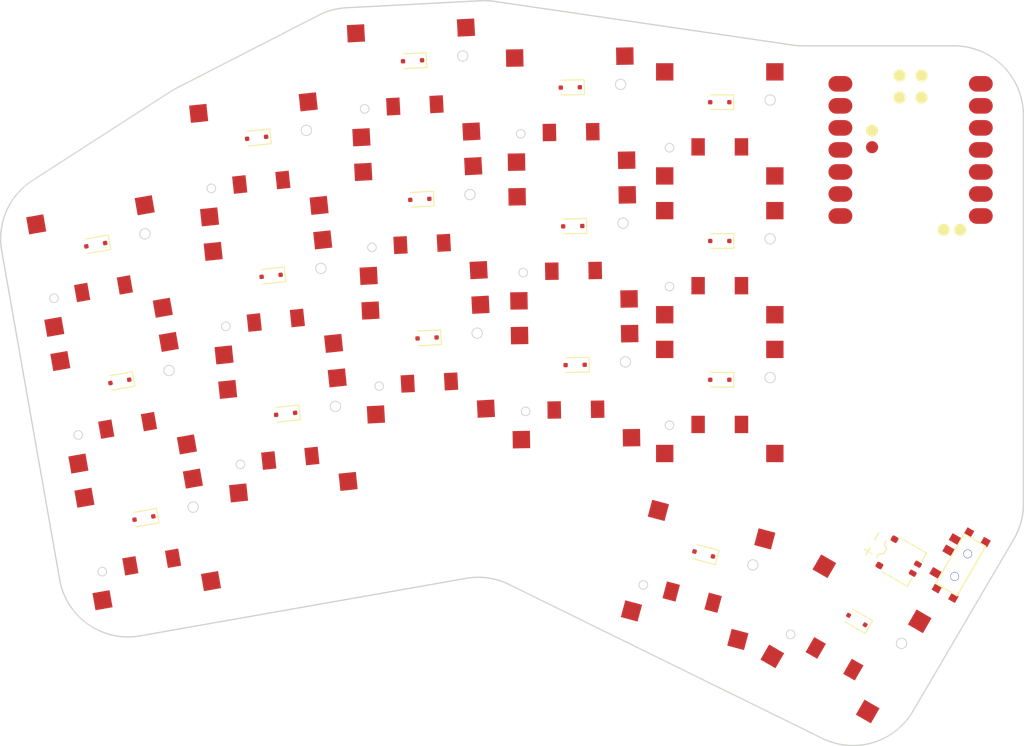
<source format=kicad_pcb>
(kicad_pcb (version 20171130) (host pcbnew 5.1.6)
  (title_block (title "splave-ferris_pg1316s_left_unrouted") (rev "v1.0.0") (company "Unknown"))
  (layers (0 F.Cu signal) (31 B.Cu signal) (34 B.Paste user) (35 F.Paste user) (36 B.SilkS user) (37 F.SilkS user) (38 B.Mask user) (39 F.Mask user) (44 Edge.Cuts user))
  (net 0 "")
  (net 1 "D5")
  (net 2 "pinky_bottom")
  (net 3 "pinky_home")
  (net 4 "pinky_top")
  (net 5 "D3")
  (net 6 "ring_bottom")
  (net 7 "ring_home")
  (net 8 "ring_top")
  (net 9 "D1")
  (net 10 "middle_bottom")
  (net 11 "middle_home")
  (net 12 "middle_top")
  (net 13 "D8")
  (net 14 "index_bottom")
  (net 15 "index_home")
  (net 16 "index_top")
  (net 17 "D10")
  (net 18 "inner_bottom")
  (net 19 "inner_home")
  (net 20 "inner_top")
  (net 21 "near_fan")
  (net 22 "far_fan")
  (net 23 "D4")
  (net 24 "D2")
  (net 25 "D0")
  (net 26 "D9")
  (net 27 "D6")
  (net 28 "D7")
  (net 29 "RAW3V3")
  (net 30 "RAW5V")
  (net 31 "CLK")
  (net 32 "DIO")
  (net 33 "GND")
  (net 34 "RST")
  (net 35 "BAT")
  (net 36 "NFC1")
  (net 37 "NFC2")
  (net 38 "BAT_P")
  (footprint "CPG1316S01D02_mikeholscher" (at 106.5683287 143.6773863 10) (layer "F.Cu")
    (property "Reference" "S1" hide)
    (pad "1" smd rect (at -2.5 2.65 10) (size 1.55 2) (layers "F.Cu" "F.Paste" "F.Mask") (net 2 "pinky_bottom"))
    (pad "2" smd rect (at 2.5 2.65 10) (size 1.55 2) (layers "F.Cu" "F.Paste" "F.Mask") (net 1 "D5"))
    (pad "3" smd rect (at -6.35 -6 10) (size 2 2) (layers "F.Cu" "F.Paste" "F.Mask"))
    (pad "3" smd rect (at -6.35 6 10) (size 2 2) (layers "F.Cu" "F.Paste" "F.Mask"))
    (pad "3" smd rect (at 6.35 -6 10) (size 2 2) (layers "F.Cu" "F.Paste" "F.Mask"))
    (pad "3" smd rect (at 6.35 6 10) (size 2 2) (layers "F.Cu" "F.Paste" "F.Mask"))
    (fp_circle (center -5.8 2.75) (end -5.3 2.75) (stroke (width 0.1)) (fill none) (layer "Edge.Cuts"))
    (fp_circle (center 5.8 -2.75) (end 6.4 -2.75) (stroke (width 0.1)) (fill none) (layer "Edge.Cuts"))
  )
  (footprint "CPG1316S01D02_mikeholscher" (at 103.7899578 127.9204622 10) (layer "F.Cu")
    (property "Reference" "S2" hide)
    (pad "1" smd rect (at -2.5 2.65 10) (size 1.55 2) (layers "F.Cu" "F.Paste" "F.Mask") (net 3 "pinky_home"))
    (pad "2" smd rect (at 2.5 2.65 10) (size 1.55 2) (layers "F.Cu" "F.Paste" "F.Mask") (net 1 "D5"))
    (pad "3" smd rect (at -6.35 -6 10) (size 2 2) (layers "F.Cu" "F.Paste" "F.Mask"))
    (pad "3" smd rect (at -6.35 6 10) (size 2 2) (layers "F.Cu" "F.Paste" "F.Mask"))
    (pad "3" smd rect (at 6.35 -6 10) (size 2 2) (layers "F.Cu" "F.Paste" "F.Mask"))
    (pad "3" smd rect (at 6.35 6 10) (size 2 2) (layers "F.Cu" "F.Paste" "F.Mask"))
    (fp_circle (center -5.8 2.75) (end -5.3 2.75) (stroke (width 0.1)) (fill none) (layer "Edge.Cuts"))
    (fp_circle (center 5.8 -2.75) (end 6.4 -2.75) (stroke (width 0.1)) (fill none) (layer "Edge.Cuts"))
  )
  (footprint "CPG1316S01D02_mikeholscher" (at 101.011587 112.1635382 10) (layer "F.Cu")
    (property "Reference" "S3" hide)
    (pad "1" smd rect (at -2.5 2.65 10) (size 1.55 2) (layers "F.Cu" "F.Paste" "F.Mask") (net 4 "pinky_top"))
    (pad "2" smd rect (at 2.5 2.65 10) (size 1.55 2) (layers "F.Cu" "F.Paste" "F.Mask") (net 1 "D5"))
    (pad "3" smd rect (at -6.35 -6 10) (size 2 2) (layers "F.Cu" "F.Paste" "F.Mask"))
    (pad "3" smd rect (at -6.35 6 10) (size 2 2) (layers "F.Cu" "F.Paste" "F.Mask"))
    (pad "3" smd rect (at 6.35 -6 10) (size 2 2) (layers "F.Cu" "F.Paste" "F.Mask"))
    (pad "3" smd rect (at 6.35 6 10) (size 2 2) (layers "F.Cu" "F.Paste" "F.Mask"))
    (fp_circle (center -5.8 2.75) (end -5.3 2.75) (stroke (width 0.1)) (fill none) (layer "Edge.Cuts"))
    (fp_circle (center 5.8 -2.75) (end 6.4 -2.75) (stroke (width 0.1)) (fill none) (layer "Edge.Cuts"))
  )
  (footprint "CPG1316S01D02_mikeholscher" (at 122.7320346 131.6884493 6) (layer "F.Cu")
    (property "Reference" "S4" hide)
    (pad "1" smd rect (at -2.5 2.65 6) (size 1.55 2) (layers "F.Cu" "F.Paste" "F.Mask") (net 6 "ring_bottom"))
    (pad "2" smd rect (at 2.5 2.65 6) (size 1.55 2) (layers "F.Cu" "F.Paste" "F.Mask") (net 5 "D3"))
    (pad "3" smd rect (at -6.35 -6 6) (size 2 2) (layers "F.Cu" "F.Paste" "F.Mask"))
    (pad "3" smd rect (at -6.35 6 6) (size 2 2) (layers "F.Cu" "F.Paste" "F.Mask"))
    (pad "3" smd rect (at 6.35 -6 6) (size 2 2) (layers "F.Cu" "F.Paste" "F.Mask"))
    (pad "3" smd rect (at 6.35 6 6) (size 2 2) (layers "F.Cu" "F.Paste" "F.Mask"))
    (fp_circle (center -5.8 2.75) (end -5.3 2.75) (stroke (width 0.1)) (fill none) (layer "Edge.Cuts"))
    (fp_circle (center 5.8 -2.75) (end 6.4 -2.75) (stroke (width 0.1)) (fill none) (layer "Edge.Cuts"))
  )
  (footprint "CPG1316S01D02_mikeholscher" (at 121.0595792 115.776099 6) (layer "F.Cu")
    (property "Reference" "S5" hide)
    (pad "1" smd rect (at -2.5 2.65 6) (size 1.55 2) (layers "F.Cu" "F.Paste" "F.Mask") (net 7 "ring_home"))
    (pad "2" smd rect (at 2.5 2.65 6) (size 1.55 2) (layers "F.Cu" "F.Paste" "F.Mask") (net 5 "D3"))
    (pad "3" smd rect (at -6.35 -6 6) (size 2 2) (layers "F.Cu" "F.Paste" "F.Mask"))
    (pad "3" smd rect (at -6.35 6 6) (size 2 2) (layers "F.Cu" "F.Paste" "F.Mask"))
    (pad "3" smd rect (at 6.35 -6 6) (size 2 2) (layers "F.Cu" "F.Paste" "F.Mask"))
    (pad "3" smd rect (at 6.35 6 6) (size 2 2) (layers "F.Cu" "F.Paste" "F.Mask"))
    (fp_circle (center -5.8 2.75) (end -5.3 2.75) (stroke (width 0.1)) (fill none) (layer "Edge.Cuts"))
    (fp_circle (center 5.8 -2.75) (end 6.4 -2.75) (stroke (width 0.1)) (fill none) (layer "Edge.Cuts"))
  )
  (footprint "CPG1316S01D02_mikeholscher" (at 119.3871238 99.8637486 6) (layer "F.Cu")
    (property "Reference" "S6" hide)
    (pad "1" smd rect (at -2.5 2.65 6) (size 1.55 2) (layers "F.Cu" "F.Paste" "F.Mask") (net 8 "ring_top"))
    (pad "2" smd rect (at 2.5 2.65 6) (size 1.55 2) (layers "F.Cu" "F.Paste" "F.Mask") (net 5 "D3"))
    (pad "3" smd rect (at -6.35 -6 6) (size 2 2) (layers "F.Cu" "F.Paste" "F.Mask"))
    (pad "3" smd rect (at -6.35 6 6) (size 2 2) (layers "F.Cu" "F.Paste" "F.Mask"))
    (pad "3" smd rect (at 6.35 -6 6) (size 2 2) (layers "F.Cu" "F.Paste" "F.Mask"))
    (pad "3" smd rect (at 6.35 6 6) (size 2 2) (layers "F.Cu" "F.Paste" "F.Mask"))
    (fp_circle (center -5.8 2.75) (end -5.3 2.75) (stroke (width 0.1)) (fill none) (layer "Edge.Cuts"))
    (fp_circle (center 5.8 -2.75) (end 6.4 -2.75) (stroke (width 0.1)) (fill none) (layer "Edge.Cuts"))
  )
  (footprint "CPG1316S01D02_mikeholscher" (at 138.9072076 122.9498121 3) (layer "F.Cu")
    (property "Reference" "S7" hide)
    (pad "1" smd rect (at -2.5 2.65 3) (size 1.55 2) (layers "F.Cu" "F.Paste" "F.Mask") (net 10 "middle_bottom"))
    (pad "2" smd rect (at 2.5 2.65 3) (size 1.55 2) (layers "F.Cu" "F.Paste" "F.Mask") (net 9 "D1"))
    (pad "3" smd rect (at -6.35 -6 3) (size 2 2) (layers "F.Cu" "F.Paste" "F.Mask"))
    (pad "3" smd rect (at -6.35 6 3) (size 2 2) (layers "F.Cu" "F.Paste" "F.Mask"))
    (pad "3" smd rect (at 6.35 -6 3) (size 2 2) (layers "F.Cu" "F.Paste" "F.Mask"))
    (pad "3" smd rect (at 6.35 6 3) (size 2 2) (layers "F.Cu" "F.Paste" "F.Mask"))
    (fp_circle (center -5.8 2.75) (end -5.3 2.75) (stroke (width 0.1)) (fill none) (layer "Edge.Cuts"))
    (fp_circle (center 5.8 -2.75) (end 6.4 -2.75) (stroke (width 0.1)) (fill none) (layer "Edge.Cuts"))
  )
  (footprint "CPG1316S01D02_mikeholscher" (at 138.0698323 106.9717396 3) (layer "F.Cu")
    (property "Reference" "S8" hide)
    (pad "1" smd rect (at -2.5 2.65 3) (size 1.55 2) (layers "F.Cu" "F.Paste" "F.Mask") (net 11 "middle_home"))
    (pad "2" smd rect (at 2.5 2.65 3) (size 1.55 2) (layers "F.Cu" "F.Paste" "F.Mask") (net 9 "D1"))
    (pad "3" smd rect (at -6.35 -6 3) (size 2 2) (layers "F.Cu" "F.Paste" "F.Mask"))
    (pad "3" smd rect (at -6.35 6 3) (size 2 2) (layers "F.Cu" "F.Paste" "F.Mask"))
    (pad "3" smd rect (at 6.35 -6 3) (size 2 2) (layers "F.Cu" "F.Paste" "F.Mask"))
    (pad "3" smd rect (at 6.35 6 3) (size 2 2) (layers "F.Cu" "F.Paste" "F.Mask"))
    (fp_circle (center -5.8 2.75) (end -5.3 2.75) (stroke (width 0.1)) (fill none) (layer "Edge.Cuts"))
    (fp_circle (center 5.8 -2.75) (end 6.4 -2.75) (stroke (width 0.1)) (fill none) (layer "Edge.Cuts"))
  )
  (footprint "CPG1316S01D02_mikeholscher" (at 137.2324571 90.9936671 3) (layer "F.Cu")
    (property "Reference" "S9" hide)
    (pad "1" smd rect (at -2.5 2.65 3) (size 1.55 2) (layers "F.Cu" "F.Paste" "F.Mask") (net 12 "middle_top"))
    (pad "2" smd rect (at 2.5 2.65 3) (size 1.55 2) (layers "F.Cu" "F.Paste" "F.Mask") (net 9 "D1"))
    (pad "3" smd rect (at -6.35 -6 3) (size 2 2) (layers "F.Cu" "F.Paste" "F.Mask"))
    (pad "3" smd rect (at -6.35 6 3) (size 2 2) (layers "F.Cu" "F.Paste" "F.Mask"))
    (pad "3" smd rect (at 6.35 -6 3) (size 2 2) (layers "F.Cu" "F.Paste" "F.Mask"))
    (pad "3" smd rect (at 6.35 6 3) (size 2 2) (layers "F.Cu" "F.Paste" "F.Mask"))
    (fp_circle (center -5.8 2.75) (end -5.3 2.75) (stroke (width 0.1)) (fill none) (layer "Edge.Cuts"))
    (fp_circle (center 5.8 -2.75) (end 6.4 -2.75) (stroke (width 0.1)) (fill none) (layer "Edge.Cuts"))
  )
  (footprint "CPG1316S01D02_mikeholscher" (at 155.8935276 126.0650863 1) (layer "F.Cu")
    (property "Reference" "S10" hide)
    (pad "1" smd rect (at -2.5 2.65 1) (size 1.55 2) (layers "F.Cu" "F.Paste" "F.Mask") (net 14 "index_bottom"))
    (pad "2" smd rect (at 2.5 2.65 1) (size 1.55 2) (layers "F.Cu" "F.Paste" "F.Mask") (net 13 "D8"))
    (pad "3" smd rect (at -6.35 -6 1) (size 2 2) (layers "F.Cu" "F.Paste" "F.Mask"))
    (pad "3" smd rect (at -6.35 6 1) (size 2 2) (layers "F.Cu" "F.Paste" "F.Mask"))
    (pad "3" smd rect (at 6.35 -6 1) (size 2 2) (layers "F.Cu" "F.Paste" "F.Mask"))
    (pad "3" smd rect (at 6.35 6 1) (size 2 2) (layers "F.Cu" "F.Paste" "F.Mask"))
    (fp_circle (center -5.8 2.75) (end -5.3 2.75) (stroke (width 0.1)) (fill none) (layer "Edge.Cuts"))
    (fp_circle (center 5.8 -2.75) (end 6.4 -2.75) (stroke (width 0.1)) (fill none) (layer "Edge.Cuts"))
  )
  (footprint "CPG1316S01D02_mikeholscher" (at 155.614289 110.0675232 1) (layer "F.Cu")
    (property "Reference" "S11" hide)
    (pad "1" smd rect (at -2.5 2.65 1) (size 1.55 2) (layers "F.Cu" "F.Paste" "F.Mask") (net 15 "index_home"))
    (pad "2" smd rect (at 2.5 2.65 1) (size 1.55 2) (layers "F.Cu" "F.Paste" "F.Mask") (net 13 "D8"))
    (pad "3" smd rect (at -6.35 -6 1) (size 2 2) (layers "F.Cu" "F.Paste" "F.Mask"))
    (pad "3" smd rect (at -6.35 6 1) (size 2 2) (layers "F.Cu" "F.Paste" "F.Mask"))
    (pad "3" smd rect (at 6.35 -6 1) (size 2 2) (layers "F.Cu" "F.Paste" "F.Mask"))
    (pad "3" smd rect (at 6.35 6 1) (size 2 2) (layers "F.Cu" "F.Paste" "F.Mask"))
    (fp_circle (center -5.8 2.75) (end -5.3 2.75) (stroke (width 0.1)) (fill none) (layer "Edge.Cuts"))
    (fp_circle (center 5.8 -2.75) (end 6.4 -2.75) (stroke (width 0.1)) (fill none) (layer "Edge.Cuts"))
  )
  (footprint "CPG1316S01D02_mikeholscher" (at 155.3350505 94.0699601 1) (layer "F.Cu")
    (property "Reference" "S12" hide)
    (pad "1" smd rect (at -2.5 2.65 1) (size 1.55 2) (layers "F.Cu" "F.Paste" "F.Mask") (net 16 "index_top"))
    (pad "2" smd rect (at 2.5 2.65 1) (size 1.55 2) (layers "F.Cu" "F.Paste" "F.Mask") (net 13 "D8"))
    (pad "3" smd rect (at -6.35 -6 1) (size 2 2) (layers "F.Cu" "F.Paste" "F.Mask"))
    (pad "3" smd rect (at -6.35 6 1) (size 2 2) (layers "F.Cu" "F.Paste" "F.Mask"))
    (pad "3" smd rect (at 6.35 -6 1) (size 2 2) (layers "F.Cu" "F.Paste" "F.Mask"))
    (pad "3" smd rect (at 6.35 6 1) (size 2 2) (layers "F.Cu" "F.Paste" "F.Mask"))
    (fp_circle (center -5.8 2.75) (end -5.3 2.75) (stroke (width 0.1)) (fill none) (layer "Edge.Cuts"))
    (fp_circle (center 5.8 -2.75) (end 6.4 -2.75) (stroke (width 0.1)) (fill none) (layer "Edge.Cuts"))
  )
  (footprint "CPG1316S01D02_mikeholscher" (at 172.5259042 127.7750717 0) (layer "F.Cu")
    (property "Reference" "S13" hide)
    (pad "1" smd rect (at -2.5 2.65 0) (size 1.55 2) (layers "F.Cu" "F.Paste" "F.Mask") (net 18 "inner_bottom"))
    (pad "2" smd rect (at 2.5 2.65 0) (size 1.55 2) (layers "F.Cu" "F.Paste" "F.Mask") (net 17 "D10"))
    (pad "3" smd rect (at -6.35 -6 0) (size 2 2) (layers "F.Cu" "F.Paste" "F.Mask"))
    (pad "3" smd rect (at -6.35 6 0) (size 2 2) (layers "F.Cu" "F.Paste" "F.Mask"))
    (pad "3" smd rect (at 6.35 -6 0) (size 2 2) (layers "F.Cu" "F.Paste" "F.Mask"))
    (pad "3" smd rect (at 6.35 6 0) (size 2 2) (layers "F.Cu" "F.Paste" "F.Mask"))
    (fp_circle (center -5.8 2.75) (end -5.3 2.75) (stroke (width 0.1)) (fill none) (layer "Edge.Cuts"))
    (fp_circle (center 5.8 -2.75) (end 6.4 -2.75) (stroke (width 0.1)) (fill none) (layer "Edge.Cuts"))
  )
  (footprint "CPG1316S01D02_mikeholscher" (at 172.5259042 111.7750717 0) (layer "F.Cu")
    (property "Reference" "S14" hide)
    (pad "1" smd rect (at -2.5 2.65 0) (size 1.55 2) (layers "F.Cu" "F.Paste" "F.Mask") (net 19 "inner_home"))
    (pad "2" smd rect (at 2.5 2.65 0) (size 1.55 2) (layers "F.Cu" "F.Paste" "F.Mask") (net 17 "D10"))
    (pad "3" smd rect (at -6.35 -6 0) (size 2 2) (layers "F.Cu" "F.Paste" "F.Mask"))
    (pad "3" smd rect (at -6.35 6 0) (size 2 2) (layers "F.Cu" "F.Paste" "F.Mask"))
    (pad "3" smd rect (at 6.35 -6 0) (size 2 2) (layers "F.Cu" "F.Paste" "F.Mask"))
    (pad "3" smd rect (at 6.35 6 0) (size 2 2) (layers "F.Cu" "F.Paste" "F.Mask"))
    (fp_circle (center -5.8 2.75) (end -5.3 2.75) (stroke (width 0.1)) (fill none) (layer "Edge.Cuts"))
    (fp_circle (center 5.8 -2.75) (end 6.4 -2.75) (stroke (width 0.1)) (fill none) (layer "Edge.Cuts"))
  )
  (footprint "CPG1316S01D02_mikeholscher" (at 172.5259041 95.7750718 0) (layer "F.Cu")
    (property "Reference" "S15" hide)
    (pad "1" smd rect (at -2.5 2.65 0) (size 1.55 2) (layers "F.Cu" "F.Paste" "F.Mask") (net 20 "inner_top"))
    (pad "2" smd rect (at 2.5 2.65 0) (size 1.55 2) (layers "F.Cu" "F.Paste" "F.Mask") (net 17 "D10"))
    (pad "3" smd rect (at -6.35 -6 0) (size 2 2) (layers "F.Cu" "F.Paste" "F.Mask"))
    (pad "3" smd rect (at -6.35 6 0) (size 2 2) (layers "F.Cu" "F.Paste" "F.Mask"))
    (pad "3" smd rect (at 6.35 -6 0) (size 2 2) (layers "F.Cu" "F.Paste" "F.Mask"))
    (pad "3" smd rect (at 6.35 6 0) (size 2 2) (layers "F.Cu" "F.Paste" "F.Mask"))
    (fp_circle (center -5.8 2.75) (end -5.3 2.75) (stroke (width 0.1)) (fill none) (layer "Edge.Cuts"))
    (fp_circle (center 5.8 -2.75) (end 6.4 -2.75) (stroke (width 0.1)) (fill none) (layer "Edge.Cuts"))
  )
  (footprint "CPG1316S01D02_mikeholscher" (at 170.0259042 147.7750717 -15) (layer "F.Cu")
    (property "Reference" "S16" hide)
    (pad "1" smd rect (at -2.5 2.65 -15) (size 1.55 2) (layers "F.Cu" "F.Paste" "F.Mask") (net 21 "near_fan"))
    (pad "2" smd rect (at 2.5 2.65 -15) (size 1.55 2) (layers "F.Cu" "F.Paste" "F.Mask") (net 13 "D8"))
    (pad "3" smd rect (at -6.35 -6 -15) (size 2 2) (layers "F.Cu" "F.Paste" "F.Mask"))
    (pad "3" smd rect (at -6.35 6 -15) (size 2 2) (layers "F.Cu" "F.Paste" "F.Mask"))
    (pad "3" smd rect (at 6.35 -6 -15) (size 2 2) (layers "F.Cu" "F.Paste" "F.Mask"))
    (pad "3" smd rect (at 6.35 6 -15) (size 2 2) (layers "F.Cu" "F.Paste" "F.Mask"))
    (fp_circle (center -5.8 2.75) (end -5.3 2.75) (stroke (width 0.1)) (fill none) (layer "Edge.Cuts"))
    (fp_circle (center 5.8 -2.75) (end 6.4 -2.75) (stroke (width 0.1)) (fill none) (layer "Edge.Cuts"))
  )
  (footprint "CPG1316S01D02_mikeholscher" (at 187.0787936 155.1482271 -30) (layer "F.Cu")
    (property "Reference" "S17" hide)
    (pad "1" smd rect (at -2.5 2.65 -30) (size 1.55 2) (layers "F.Cu" "F.Paste" "F.Mask") (net 22 "far_fan"))
    (pad "2" smd rect (at 2.5 2.65 -30) (size 1.55 2) (layers "F.Cu" "F.Paste" "F.Mask") (net 17 "D10"))
    (pad "3" smd rect (at -6.35 -6 -30) (size 2 2) (layers "F.Cu" "F.Paste" "F.Mask"))
    (pad "3" smd rect (at -6.35 6 -30) (size 2 2) (layers "F.Cu" "F.Paste" "F.Mask"))
    (pad "3" smd rect (at 6.35 -6 -30) (size 2 2) (layers "F.Cu" "F.Paste" "F.Mask"))
    (pad "3" smd rect (at 6.35 6 -30) (size 2 2) (layers "F.Cu" "F.Paste" "F.Mask"))
    (fp_circle (center -5.8 2.75) (end -5.3 2.75) (stroke (width 0.1)) (fill none) (layer "Edge.Cuts"))
    (fp_circle (center 5.8 -2.75) (end 6.4 -2.75) (stroke (width 0.1)) (fill none) (layer "Edge.Cuts"))
  )
  (footprint "D_SOD-323F" (at 106.1342083 141.2153669 190) (layer F.Cu)
    (property "Reference" "D1" hide)
    (pad "1" smd roundrect (at -1.1 0 190) (size 0.5 0.5) (layers "F.Cu" "F.Mask" "F.Paste") (net 23 "D4"))
    (pad "2" smd roundrect (at 1.1 0 190) (size 0.5 0.5) (layers "F.Cu" "F.Mask" "F.Paste") (net 2 "pinky_bottom"))
    (fp_line (start -1.61 -0.85) (end -1.61 0.85) (stroke (width 0.12)) (layer F.SilkS))
    (fp_line (start -1.61 -0.85) (end 1.05 -0.85) (stroke (width 0.12)) (layer F.SilkS))
    (fp_line (start -1.61 0.85) (end 1.05 0.85) (stroke (width 0.12)) (layer F.SilkS))
  )
  (footprint "D_SOD-323F" (at 103.3558374 125.4584428 190) (layer F.Cu)
    (property "Reference" "D2" hide)
    (pad "1" smd roundrect (at -1.1 0 190) (size 0.5 0.5) (layers "F.Cu" "F.Mask" "F.Paste") (net 24 "D2"))
    (pad "2" smd roundrect (at 1.1 0 190) (size 0.5 0.5) (layers "F.Cu" "F.Mask" "F.Paste") (net 3 "pinky_home"))
    (fp_line (start -1.61 -0.85) (end -1.61 0.85) (stroke (width 0.12)) (layer F.SilkS))
    (fp_line (start -1.61 -0.85) (end 1.05 -0.85) (stroke (width 0.12)) (layer F.SilkS))
    (fp_line (start -1.61 0.85) (end 1.05 0.85) (stroke (width 0.12)) (layer F.SilkS))
  )
  (footprint "D_SOD-323F" (at 100.57746660000001 109.7015188 190) (layer F.Cu)
    (property "Reference" "D3" hide)
    (pad "1" smd roundrect (at -1.1 0 190) (size 0.5 0.5) (layers "F.Cu" "F.Mask" "F.Paste") (net 25 "D0"))
    (pad "2" smd roundrect (at 1.1 0 190) (size 0.5 0.5) (layers "F.Cu" "F.Mask" "F.Paste") (net 4 "pinky_top"))
    (fp_line (start -1.61 -0.85) (end -1.61 0.85) (stroke (width 0.12)) (layer F.SilkS))
    (fp_line (start -1.61 -0.85) (end 1.05 -0.85) (stroke (width 0.12)) (layer F.SilkS))
    (fp_line (start -1.61 0.85) (end 1.05 0.85) (stroke (width 0.12)) (layer F.SilkS))
  )
  (footprint "D_SOD-323F" (at 122.47071340000001 129.2021446 186) (layer F.Cu)
    (property "Reference" "D4" hide)
    (pad "1" smd roundrect (at -1.1 0 186) (size 0.5 0.5) (layers "F.Cu" "F.Mask" "F.Paste") (net 23 "D4"))
    (pad "2" smd roundrect (at 1.1 0 186) (size 0.5 0.5) (layers "F.Cu" "F.Mask" "F.Paste") (net 6 "ring_bottom"))
    (fp_line (start -1.61 -0.85) (end -1.61 0.85) (stroke (width 0.12)) (layer F.SilkS))
    (fp_line (start -1.61 -0.85) (end 1.05 -0.85) (stroke (width 0.12)) (layer F.SilkS))
    (fp_line (start -1.61 0.85) (end 1.05 0.85) (stroke (width 0.12)) (layer F.SilkS))
  )
  (footprint "D_SOD-323F" (at 120.798258 113.2897943 186) (layer F.Cu)
    (property "Reference" "D5" hide)
    (pad "1" smd roundrect (at -1.1 0 186) (size 0.5 0.5) (layers "F.Cu" "F.Mask" "F.Paste") (net 24 "D2"))
    (pad "2" smd roundrect (at 1.1 0 186) (size 0.5 0.5) (layers "F.Cu" "F.Mask" "F.Paste") (net 7 "ring_home"))
    (fp_line (start -1.61 -0.85) (end -1.61 0.85) (stroke (width 0.12)) (layer F.SilkS))
    (fp_line (start -1.61 -0.85) (end 1.05 -0.85) (stroke (width 0.12)) (layer F.SilkS))
    (fp_line (start -1.61 0.85) (end 1.05 0.85) (stroke (width 0.12)) (layer F.SilkS))
  )
  (footprint "D_SOD-323F" (at 119.1258026 97.37744389999999 186) (layer F.Cu)
    (property "Reference" "D6" hide)
    (pad "1" smd roundrect (at -1.1 0 186) (size 0.5 0.5) (layers "F.Cu" "F.Mask" "F.Paste") (net 25 "D0"))
    (pad "2" smd roundrect (at 1.1 0 186) (size 0.5 0.5) (layers "F.Cu" "F.Mask" "F.Paste") (net 8 "ring_top"))
    (fp_line (start -1.61 -0.85) (end -1.61 0.85) (stroke (width 0.12)) (layer F.SilkS))
    (fp_line (start -1.61 -0.85) (end 1.05 -0.85) (stroke (width 0.12)) (layer F.SilkS))
    (fp_line (start -1.61 0.85) (end 1.05 0.85) (stroke (width 0.12)) (layer F.SilkS))
  )
  (footprint "D_SOD-323F" (at 138.77636769999998 120.45323830000001 183) (layer F.Cu)
    (property "Reference" "D7" hide)
    (pad "1" smd roundrect (at -1.1 0 183) (size 0.5 0.5) (layers "F.Cu" "F.Mask" "F.Paste") (net 23 "D4"))
    (pad "2" smd roundrect (at 1.1 0 183) (size 0.5 0.5) (layers "F.Cu" "F.Mask" "F.Paste") (net 10 "middle_bottom"))
    (fp_line (start -1.61 -0.85) (end -1.61 0.85) (stroke (width 0.12)) (layer F.SilkS))
    (fp_line (start -1.61 -0.85) (end 1.05 -0.85) (stroke (width 0.12)) (layer F.SilkS))
    (fp_line (start -1.61 0.85) (end 1.05 0.85) (stroke (width 0.12)) (layer F.SilkS))
  )
  (footprint "D_SOD-323F" (at 137.9389924 104.47516580000001 183) (layer F.Cu)
    (property "Reference" "D8" hide)
    (pad "1" smd roundrect (at -1.1 0 183) (size 0.5 0.5) (layers "F.Cu" "F.Mask" "F.Paste") (net 24 "D2"))
    (pad "2" smd roundrect (at 1.1 0 183) (size 0.5 0.5) (layers "F.Cu" "F.Mask" "F.Paste") (net 11 "middle_home"))
    (fp_line (start -1.61 -0.85) (end -1.61 0.85) (stroke (width 0.12)) (layer F.SilkS))
    (fp_line (start -1.61 -0.85) (end 1.05 -0.85) (stroke (width 0.12)) (layer F.SilkS))
    (fp_line (start -1.61 0.85) (end 1.05 0.85) (stroke (width 0.12)) (layer F.SilkS))
  )
  (footprint "D_SOD-323F" (at 137.1016172 88.49709329999999 183) (layer F.Cu)
    (property "Reference" "D9" hide)
    (pad "1" smd roundrect (at -1.1 0 183) (size 0.5 0.5) (layers "F.Cu" "F.Mask" "F.Paste") (net 25 "D0"))
    (pad "2" smd roundrect (at 1.1 0 183) (size 0.5 0.5) (layers "F.Cu" "F.Mask" "F.Paste") (net 12 "middle_top"))
    (fp_line (start -1.61 -0.85) (end -1.61 0.85) (stroke (width 0.12)) (layer F.SilkS))
    (fp_line (start -1.61 -0.85) (end 1.05 -0.85) (stroke (width 0.12)) (layer F.SilkS))
    (fp_line (start -1.61 0.85) (end 1.05 0.85) (stroke (width 0.12)) (layer F.SilkS))
  )
  (footprint "D_SOD-323F" (at 155.8498966 123.5654671 181) (layer F.Cu)
    (property "Reference" "D10" hide)
    (pad "1" smd roundrect (at -1.1 0 181) (size 0.5 0.5) (layers "F.Cu" "F.Mask" "F.Paste") (net 23 "D4"))
    (pad "2" smd roundrect (at 1.1 0 181) (size 0.5 0.5) (layers "F.Cu" "F.Mask" "F.Paste") (net 14 "index_bottom"))
    (fp_line (start -1.61 -0.85) (end -1.61 0.85) (stroke (width 0.12)) (layer F.SilkS))
    (fp_line (start -1.61 -0.85) (end 1.05 -0.85) (stroke (width 0.12)) (layer F.SilkS))
    (fp_line (start -1.61 0.85) (end 1.05 0.85) (stroke (width 0.12)) (layer F.SilkS))
  )
  (footprint "D_SOD-323F" (at 155.570658 107.567904 181) (layer F.Cu)
    (property "Reference" "D11" hide)
    (pad "1" smd roundrect (at -1.1 0 181) (size 0.5 0.5) (layers "F.Cu" "F.Mask" "F.Paste") (net 24 "D2"))
    (pad "2" smd roundrect (at 1.1 0 181) (size 0.5 0.5) (layers "F.Cu" "F.Mask" "F.Paste") (net 15 "index_home"))
    (fp_line (start -1.61 -0.85) (end -1.61 0.85) (stroke (width 0.12)) (layer F.SilkS))
    (fp_line (start -1.61 -0.85) (end 1.05 -0.85) (stroke (width 0.12)) (layer F.SilkS))
    (fp_line (start -1.61 0.85) (end 1.05 0.85) (stroke (width 0.12)) (layer F.SilkS))
  )
  (footprint "D_SOD-323F" (at 155.2914195 91.5703409 181) (layer F.Cu)
    (property "Reference" "D12" hide)
    (pad "1" smd roundrect (at -1.1 0 181) (size 0.5 0.5) (layers "F.Cu" "F.Mask" "F.Paste") (net 25 "D0"))
    (pad "2" smd roundrect (at 1.1 0 181) (size 0.5 0.5) (layers "F.Cu" "F.Mask" "F.Paste") (net 16 "index_top"))
    (fp_line (start -1.61 -0.85) (end -1.61 0.85) (stroke (width 0.12)) (layer F.SilkS))
    (fp_line (start -1.61 -0.85) (end 1.05 -0.85) (stroke (width 0.12)) (layer F.SilkS))
    (fp_line (start -1.61 0.85) (end 1.05 0.85) (stroke (width 0.12)) (layer F.SilkS))
  )
  (footprint "D_SOD-323F" (at 172.5259042 125.2750717 180) (layer F.Cu)
    (property "Reference" "D13" hide)
    (pad "1" smd roundrect (at -1.1 0 180) (size 0.5 0.5) (layers "F.Cu" "F.Mask" "F.Paste") (net 23 "D4"))
    (pad "2" smd roundrect (at 1.1 0 180) (size 0.5 0.5) (layers "F.Cu" "F.Mask" "F.Paste") (net 18 "inner_bottom"))
    (fp_line (start -1.61 -0.85) (end -1.61 0.85) (stroke (width 0.12)) (layer F.SilkS))
    (fp_line (start -1.61 -0.85) (end 1.05 -0.85) (stroke (width 0.12)) (layer F.SilkS))
    (fp_line (start -1.61 0.85) (end 1.05 0.85) (stroke (width 0.12)) (layer F.SilkS))
  )
  (footprint "D_SOD-323F" (at 172.5259042 109.2750717 180) (layer F.Cu)
    (property "Reference" "D14" hide)
    (pad "1" smd roundrect (at -1.1 0 180) (size 0.5 0.5) (layers "F.Cu" "F.Mask" "F.Paste") (net 24 "D2"))
    (pad "2" smd roundrect (at 1.1 0 180) (size 0.5 0.5) (layers "F.Cu" "F.Mask" "F.Paste") (net 19 "inner_home"))
    (fp_line (start -1.61 -0.85) (end -1.61 0.85) (stroke (width 0.12)) (layer F.SilkS))
    (fp_line (start -1.61 -0.85) (end 1.05 -0.85) (stroke (width 0.12)) (layer F.SilkS))
    (fp_line (start -1.61 0.85) (end 1.05 0.85) (stroke (width 0.12)) (layer F.SilkS))
  )
  (footprint "D_SOD-323F" (at 172.5259041 93.2750718 180) (layer F.Cu)
    (property "Reference" "D15" hide)
    (pad "1" smd roundrect (at -1.1 0 180) (size 0.5 0.5) (layers "F.Cu" "F.Mask" "F.Paste") (net 25 "D0"))
    (pad "2" smd roundrect (at 1.1 0 180) (size 0.5 0.5) (layers "F.Cu" "F.Mask" "F.Paste") (net 20 "inner_top"))
    (fp_line (start -1.61 -0.85) (end -1.61 0.85) (stroke (width 0.12)) (layer F.SilkS))
    (fp_line (start -1.61 -0.85) (end 1.05 -0.85) (stroke (width 0.12)) (layer F.SilkS))
    (fp_line (start -1.61 0.85) (end 1.05 0.85) (stroke (width 0.12)) (layer F.SilkS))
  )
  (footprint "D_SOD-323F" (at 170.67295180000002 145.3602571 165) (layer F.Cu)
    (property "Reference" "D16" hide)
    (pad "1" smd roundrect (at -1.1 0 165) (size 0.5 0.5) (layers "F.Cu" "F.Mask" "F.Paste") (net 26 "D9"))
    (pad "2" smd roundrect (at 1.1 0 165) (size 0.5 0.5) (layers "F.Cu" "F.Mask" "F.Paste") (net 21 "near_fan"))
    (fp_line (start -1.61 -0.85) (end -1.61 0.85) (stroke (width 0.12)) (layer F.SilkS))
    (fp_line (start -1.61 -0.85) (end 1.05 -0.85) (stroke (width 0.12)) (layer F.SilkS))
    (fp_line (start -1.61 0.85) (end 1.05 0.85) (stroke (width 0.12)) (layer F.SilkS))
  )
  (footprint "D_SOD-323F" (at 188.3287936 152.9831636 150) (layer F.Cu)
    (property "Reference" "D17" hide)
    (pad "1" smd roundrect (at -1.1 0 150) (size 0.5 0.5) (layers "F.Cu" "F.Mask" "F.Paste") (net 26 "D9"))
    (pad "2" smd roundrect (at 1.1 0 150) (size 0.5 0.5) (layers "F.Cu" "F.Mask" "F.Paste") (net 22 "far_fan"))
    (fp_line (start -1.61 -0.85) (end -1.61 0.85) (stroke (width 0.12)) (layer F.SilkS))
    (fp_line (start -1.61 -0.85) (end 1.05 -0.85) (stroke (width 0.12)) (layer F.SilkS))
    (fp_line (start -1.61 0.85) (end 1.05 0.85) (stroke (width 0.12)) (layer F.SilkS))
  )
  (footprint "xiao_smd" (layer "F.Cu") (at 194.5259041 98.7750718 0)
    (property "Reference" "MCU1" hide)
    (pad "1" smd oval (at -7.62 -7.62 180) (size 2.75 1.8) (drill (offset 0.475 0)) (layers "F.Cu" "F.Paste" "F.Mask") (net 25 "D0"))
    (pad "2" smd oval (at -7.62 -5.08 180) (size 2.75 1.8) (drill (offset 0.475 0)) (layers "F.Cu" "F.Paste" "F.Mask") (net 9 "D1"))
    (pad "3" smd oval (at -7.62 -2.54 180) (size 2.75 1.8) (drill (offset 0.475 0)) (layers "F.Cu" "F.Paste" "F.Mask") (net 24 "D2"))
    (pad "4" smd oval (at -7.62 0 180) (size 2.75 1.8) (drill (offset 0.475 0)) (layers "F.Cu" "F.Paste" "F.Mask") (net 5 "D3"))
    (pad "5" smd oval (at -7.62 2.54 180) (size 2.75 1.8) (drill (offset 0.475 0)) (layers "F.Cu" "F.Paste" "F.Mask") (net 23 "D4"))
    (pad "6" smd oval (at -7.62 5.08 180) (size 2.75 1.8) (drill (offset 0.475 0)) (layers "F.Cu" "F.Paste" "F.Mask") (net 1 "D5"))
    (pad "7" smd oval (at -7.62 7.62 180) (size 2.75 1.8) (drill (offset 0.475 0)) (layers "F.Cu" "F.Paste" "F.Mask") (net 27 "D6"))
    (pad "8" smd oval (at 7.62 7.62 0) (size 2.75 1.8) (drill (offset 0.475 0)) (layers "F.Cu" "F.Paste" "F.Mask") (net 28 "D7"))
    (pad "9" smd oval (at 7.62 5.08 0) (size 2.75 1.8) (drill (offset 0.475 0)) (layers "F.Cu" "F.Paste" "F.Mask") (net 13 "D8"))
    (pad "10" smd oval (at 7.62 2.54 0) (size 2.75 1.8) (drill (offset 0.475 0)) (layers "F.Cu" "F.Paste" "F.Mask") (net 26 "D9"))
    (pad "11" smd oval (at 7.62 0 0) (size 2.75 1.8) (drill (offset 0.475 0)) (layers "F.Cu" "F.Paste" "F.Mask") (net 17 "D10"))
    (pad "12" smd oval (at 7.62 -2.54 0) (size 2.75 1.8) (drill (offset 0.475 0)) (layers "F.Cu" "F.Paste" "F.Mask") (net 29 "RAW3V3"))
    (pad "13" smd oval (at 7.62 -5.08 0) (size 2.75 1.8) (drill (offset 0.475 0)) (layers "F.Cu" "F.Paste" "F.Mask") (net 33 "GND"))
    (pad "14" smd oval (at 7.62 -7.62 0) (size 2.75 1.8) (drill (offset 0.475 0)) (layers "F.Cu" "F.Paste" "F.Mask") (net 30 "RAW5V"))
    (pad "15" smd circle (at -1.27 -8.572 90) (size 1.397 1.397) (drill 1.016) (layers "F.SilkS") (net 31 "CLK"))
    (pad "16" smd circle (at 1.27 -8.572 90) (size 1.397 1.397) (drill 1.016) (layers "F.SilkS") (net 32 "DIO"))
    (pad "17" smd circle (at -1.27 -6.032 90) (size 1.397 1.397) (drill 1.016) (layers "F.SilkS") (net 34 "RST"))
    (pad "18" smd circle (at 1.27 -6.032 90) (size 1.397 1.397) (drill 1.016) (layers "F.SilkS") (net 33 "GND"))
    (pad "19" smd circle (at -4.445 -0.317 180) (size 1.397 1.397) (drill 1.016) (layers "F.Cu" "F.Paste" "F.Mask") (net 35 "BAT"))
    (pad "20" smd circle (at -4.445 -2.222 180) (size 1.397 1.397) (drill 1.016) (layers "F.SilkS") (net 33 "GND"))
    (pad "21" smd circle (at 3.81 9.208 180) (size 1.397 1.397) (drill 1.016) (layers "F.SilkS") (net 36 "NFC1"))
    (pad "22" smd circle (at 5.715 9.208 180) (size 1.397 1.397) (drill 1.016) (layers "F.SilkS") (net 37 "NFC2"))
  )
  (module E73:SPDT_C128955 (layer F.Cu) (at 200.35747780000003 146.64887140000002 -120)
    (fp_text reference "T1" hide)
    (fp_text value "" hide)
    (fp_line (start 1.95 -1.35) (end -1.95 -1.35) (layer F.SilkS) (width 0.15))
    (fp_line (start 0 -1.35) (end -3.3 -1.35) (layer F.SilkS) (width 0.15))
    (fp_line (start -3.3 -1.35) (end -3.3 1.5) (layer F.SilkS) (width 0.15))
    (fp_line (start -3.3 1.5) (end 3.3 1.5) (layer F.SilkS) (width 0.15))
    (fp_line (start 3.3 1.5) (end 3.3 -1.35) (layer F.SilkS) (width 0.15))
    (fp_line (start 0 -1.35) (end 3.3 -1.35) (layer F.SilkS) (width 0.15))
    (pad "" np_thru_hole circle (at 1.5 0) (size 1 1) (drill 0.9) (layers *.Cu *.Mask))
    (pad "" np_thru_hole circle (at -1.5 0) (size 1 1) (drill 0.9) (layers *.Cu *.Mask))
    (pad 1 smd rect (at 2.25 2.075 -120) (size 0.9 1.25) (layers F.Cu F.Paste F.Mask) (net 38 "BAT_P"))
    (pad 2 smd rect (at -0.75 2.075 -120) (size 0.9 1.25) (layers F.Cu F.Paste F.Mask) (net 35 "BAT"))
    (pad 3 smd rect (at -2.25 2.075 -120) (size 0.9 1.25) (layers F.Cu F.Paste F.Mask))
    (pad "" smd rect (at 3.7 -1.1 -120) (size 0.9 0.9) (layers F.Cu F.Paste F.Mask))
    (pad "" smd rect (at 3.7 1.1 -120) (size 0.9 0.9) (layers F.Cu F.Paste F.Mask))
    (pad "" smd rect (at -3.7 1.1 -120) (size 0.9 0.9) (layers F.Cu F.Paste F.Mask))
    (pad "" smd rect (at -3.7 -1.1 -120) (size 0.9 0.9) (layers F.Cu F.Paste F.Mask))
  )
  (footprint "ceoloide:battery_connector_molex_pico_ezmate_1x02" (layer "F.Cu") (at 193.44481900000002 146.12194770000002 -120)
    (property "Reference" "CONN1" hide)
    (pad "" smd roundrect (at 1.75 1.9 -120) (size 0.7 0.8) (layers "F.Cu" "F.Paste" "F.Mask"))
    (pad "" smd roundrect (at -1.75 1.9 -120) (size 0.7 0.8) (layers "F.Cu" "F.Paste" "F.Mask"))
    (pad "2" smd roundrect (at 0.6 -1.875 -120) (size 0.6 0.85) (layers "F.Cu" "F.Paste" "F.Mask") (net 38 "BAT_P"))
    (pad "1" smd roundrect (at -0.6 -1.875 -120) (size 0.6 0.85) (layers "F.Cu" "F.Paste" "F.Mask") (net 33 "GND"))
    (fp_line (start 0.5 3.85) (end 1.5 3.85) (layer "F.SilkS") (stroke (width 0.12)))
    (fp_line (start 1 4.35) (end 1 3.35) (layer "F.SilkS") (stroke (width 0.12)))
    (fp_line (start -0.5 3.85) (end -1.5 3.85) (layer "F.SilkS") (stroke (width 0.12)))
    (fp_line (start 0.64 2.63) (end 1.14 2.63) (layer "F.SilkS") (stroke (width 0.12)))
    (fp_line (start 0.34 2.13) (end 0.64 2.63) (layer "F.SilkS") (stroke (width 0.12)))
    (fp_line (start -0.34 2.13) (end 0.34 2.13) (layer "F.SilkS") (stroke (width 0.12)))
    (fp_line (start -0.64 2.63) (end -0.34 2.13) (layer "F.SilkS") (stroke (width 0.12)))
    (fp_line (start -1.16 -2.09) (end -1.16 -2.3) (layer "F.SilkS") (stroke (width 0.12)))
    (fp_line (start -2.21 -2.09) (end -1.16 -2.09) (layer "F.SilkS") (stroke (width 0.12)))
    (fp_line (start -2.21 1.24) (end -2.21 -2.09) (layer "F.SilkS") (stroke (width 0.12)))
    (fp_line (start -1.14 2.63) (end -0.64 2.63) (layer "F.SilkS") (stroke (width 0.12)))
    (fp_line (start 2.21 -2.09) (end 1.16 -2.09) (layer "F.SilkS") (stroke (width 0.12)))
    (fp_line (start 2.21 1.24) (end 2.21 -2.09) (layer "F.SilkS") (stroke (width 0.12)))
  )
  (gr_line (start 206.42681906390652 143.6492716067233) (end 194.79070379385448 163.49159813591888) (angle 90) (layer Edge.Cuts) (width 0.15))
  (gr_line (start 184.36254633066687 166.62513047647815) (end 148.21069065635106 148.86625365526456) (angle 90) (layer Edge.Cuts) (width 0.15))
  (gr_line (start 143.29426263150472 148.16822067951225) (end 105.68626740795604 154.79952495762552) (angle 90) (layer Edge.Cuts) (width 0.15))
  (gr_line (start 96.41861990453133 148.3102485053313) (end 89.73605273334157 110.4115267159188) (angle 90) (layer Edge.Cuts) (width 0.15))
  (gr_line (start 93.28253096506059 102.29672478448299) (end 109.16511130879975 92.06672162951865) (angle 90) (layer Edge.Cuts) (width 0.15))
  (gr_line (start 109.84551361844646 91.67433595411083) (end 126.25052113725698 83.2584603027963) (angle 90) (layer Edge.Cuts) (width 0.15))
  (gr_line (start 129.48341455916722 82.3874261058021) (end 144.95642944256338 81.57651976644635) (angle 90) (layer Edge.Cuts) (width 0.15))
  (gr_line (start 146.53447820572924 81.6500091957745) (end 180.94929920657663 86.69061864894447) (angle 90) (layer Edge.Cuts) (width 0.15))
  (gr_line (start 182.1086599551589 86.7750718) (end 199.5259041 86.7750718) (angle 90) (layer Edge.Cuts) (width 0.15))
  (gr_line (start 207.5259041 94.7750718) (end 207.5259041 139.60237494517537) (angle 90) (layer Edge.Cuts) (width 0.15))
  (gr_arc (start 187.88978882994795 159.44470147437096) (end 184.36254632994795 166.62513047437096) (angle -85.7730617489882) (layer Edge.Cuts) (width 0.15))
  (gr_arc (start 144.68344815707 156.04668265737172) (end 148.21069065707 148.86625365737171) (angle -36.16165862873559) (layer Edge.Cuts) (width 0.15))
  (gr_arc (start 104.29708188239077 146.92106297976605) (end 96.41861988239077 148.31024847976605) (angle -90.0000000000002) (layer Edge.Cuts) (width 0.15))
  (gr_arc (start 97.61451471120104 109.02234119035359) (end 93.28253091120104 102.29672479035358) (angle -67.21433019791894) (layer Edge.Cuts) (width 0.15))
  (gr_arc (start 113.4970950549402 98.79233803538928) (end 109.8455136549402 91.67433603538927) (angle -5.627551507847329) (layer Edge.Cuts) (width 0.15))
  (gr_arc (start 129.90210257375082 90.37646238407469) (end 129.48341457375082 82.38742608407469) (angle -24.15811647901448) (layer Edge.Cuts) (width 0.15))
  (gr_arc (start 145.37511745714698 89.56555604471895) (end 146.534478257147 81.65000914471895) (angle -11.332654669551573) (layer Edge.Cuts) (width 0.15))
  (gr_arc (start 182.1086599551589 78.7750718) (end 180.9492991551589 86.6906187) (angle -8.332652061677209) (layer Edge.Cuts) (width 0.15))
  (gr_arc (start 199.5259041 94.7750718) (end 207.5259041 94.7750718) (angle -90) (layer Edge.Cuts) (width 0.15))
  (gr_arc (start 199.5259041 139.60237494517537) (end 206.4268191 143.64927164517536) (angle -30.38859608709231) (layer Edge.Cuts) (width 0.15))
)
</source>
